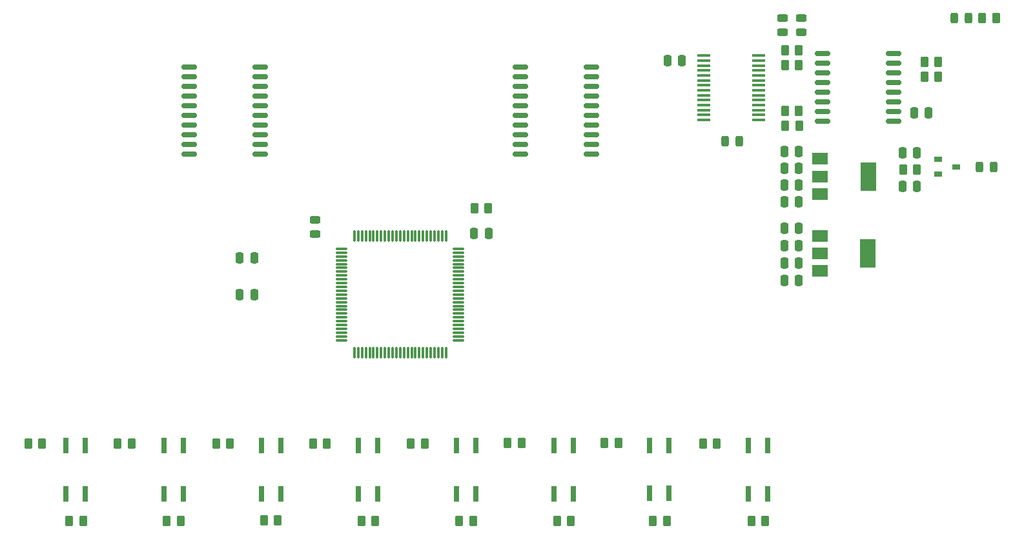
<source format=gtp>
%TF.GenerationSoftware,KiCad,Pcbnew,(6.0.0)*%
%TF.CreationDate,2022-05-06T13:51:05+05:30*%
%TF.ProjectId,Motion_Control_Board2.0,4d6f7469-6f6e-45f4-936f-6e74726f6c5f,rev?*%
%TF.SameCoordinates,Original*%
%TF.FileFunction,Paste,Top*%
%TF.FilePolarity,Positive*%
%FSLAX46Y46*%
G04 Gerber Fmt 4.6, Leading zero omitted, Abs format (unit mm)*
G04 Created by KiCad (PCBNEW (6.0.0)) date 2022-05-06 13:51:05*
%MOMM*%
%LPD*%
G01*
G04 APERTURE LIST*
G04 Aperture macros list*
%AMRoundRect*
0 Rectangle with rounded corners*
0 $1 Rounding radius*
0 $2 $3 $4 $5 $6 $7 $8 $9 X,Y pos of 4 corners*
0 Add a 4 corners polygon primitive as box body*
4,1,4,$2,$3,$4,$5,$6,$7,$8,$9,$2,$3,0*
0 Add four circle primitives for the rounded corners*
1,1,$1+$1,$2,$3*
1,1,$1+$1,$4,$5*
1,1,$1+$1,$6,$7*
1,1,$1+$1,$8,$9*
0 Add four rect primitives between the rounded corners*
20,1,$1+$1,$2,$3,$4,$5,0*
20,1,$1+$1,$4,$5,$6,$7,0*
20,1,$1+$1,$6,$7,$8,$9,0*
20,1,$1+$1,$8,$9,$2,$3,0*%
G04 Aperture macros list end*
%ADD10RoundRect,0.250000X0.250000X0.475000X-0.250000X0.475000X-0.250000X-0.475000X0.250000X-0.475000X0*%
%ADD11RoundRect,0.243750X-0.243750X-0.456250X0.243750X-0.456250X0.243750X0.456250X-0.243750X0.456250X0*%
%ADD12RoundRect,0.075000X-0.075000X0.662500X-0.075000X-0.662500X0.075000X-0.662500X0.075000X0.662500X0*%
%ADD13RoundRect,0.075000X-0.662500X0.075000X-0.662500X-0.075000X0.662500X-0.075000X0.662500X0.075000X0*%
%ADD14RoundRect,0.250000X-0.250000X-0.475000X0.250000X-0.475000X0.250000X0.475000X-0.250000X0.475000X0*%
%ADD15R,0.640000X2.000000*%
%ADD16R,2.000000X1.500000*%
%ADD17R,2.000000X3.800000*%
%ADD18RoundRect,0.250000X-0.262500X-0.450000X0.262500X-0.450000X0.262500X0.450000X-0.262500X0.450000X0*%
%ADD19RoundRect,0.250000X0.262500X0.450000X-0.262500X0.450000X-0.262500X-0.450000X0.262500X-0.450000X0*%
%ADD20RoundRect,0.243750X0.456250X-0.243750X0.456250X0.243750X-0.456250X0.243750X-0.456250X-0.243750X0*%
%ADD21RoundRect,0.150000X-0.875000X-0.150000X0.875000X-0.150000X0.875000X0.150000X-0.875000X0.150000X0*%
%ADD22RoundRect,0.243750X-0.456250X0.243750X-0.456250X-0.243750X0.456250X-0.243750X0.456250X0.243750X0*%
%ADD23RoundRect,0.243750X0.243750X0.456250X-0.243750X0.456250X-0.243750X-0.456250X0.243750X-0.456250X0*%
%ADD24RoundRect,0.150000X0.875000X0.150000X-0.875000X0.150000X-0.875000X-0.150000X0.875000X-0.150000X0*%
%ADD25R,1.750000X0.450000*%
%ADD26R,1.000000X0.700000*%
G04 APERTURE END LIST*
D10*
%TO.C,C26*%
X118843099Y-109356987D03*
X116943099Y-109356987D03*
%TD*%
D11*
%TO.C,D1*%
X210648299Y-72984187D03*
X212523299Y-72984187D03*
%TD*%
D12*
%TO.C,U14*%
X143999699Y-101669087D03*
X143499699Y-101669087D03*
X142999699Y-101669087D03*
X142499699Y-101669087D03*
X141999699Y-101669087D03*
X141499699Y-101669087D03*
X140999699Y-101669087D03*
X140499699Y-101669087D03*
X139999699Y-101669087D03*
X139499699Y-101669087D03*
X138999699Y-101669087D03*
X138499699Y-101669087D03*
X137999699Y-101669087D03*
X137499699Y-101669087D03*
X136999699Y-101669087D03*
X136499699Y-101669087D03*
X135999699Y-101669087D03*
X135499699Y-101669087D03*
X134999699Y-101669087D03*
X134499699Y-101669087D03*
X133999699Y-101669087D03*
X133499699Y-101669087D03*
X132999699Y-101669087D03*
X132499699Y-101669087D03*
X131999699Y-101669087D03*
D13*
X130337199Y-103331587D03*
X130337199Y-103831587D03*
X130337199Y-104331587D03*
X130337199Y-104831587D03*
X130337199Y-105331587D03*
X130337199Y-105831587D03*
X130337199Y-106331587D03*
X130337199Y-106831587D03*
X130337199Y-107331587D03*
X130337199Y-107831587D03*
X130337199Y-108331587D03*
X130337199Y-108831587D03*
X130337199Y-109331587D03*
X130337199Y-109831587D03*
X130337199Y-110331587D03*
X130337199Y-110831587D03*
X130337199Y-111331587D03*
X130337199Y-111831587D03*
X130337199Y-112331587D03*
X130337199Y-112831587D03*
X130337199Y-113331587D03*
X130337199Y-113831587D03*
X130337199Y-114331587D03*
X130337199Y-114831587D03*
X130337199Y-115331587D03*
D12*
X131999699Y-116994087D03*
X132499699Y-116994087D03*
X132999699Y-116994087D03*
X133499699Y-116994087D03*
X133999699Y-116994087D03*
X134499699Y-116994087D03*
X134999699Y-116994087D03*
X135499699Y-116994087D03*
X135999699Y-116994087D03*
X136499699Y-116994087D03*
X136999699Y-116994087D03*
X137499699Y-116994087D03*
X137999699Y-116994087D03*
X138499699Y-116994087D03*
X138999699Y-116994087D03*
X139499699Y-116994087D03*
X139999699Y-116994087D03*
X140499699Y-116994087D03*
X140999699Y-116994087D03*
X141499699Y-116994087D03*
X141999699Y-116994087D03*
X142499699Y-116994087D03*
X142999699Y-116994087D03*
X143499699Y-116994087D03*
X143999699Y-116994087D03*
D13*
X145662199Y-115331587D03*
X145662199Y-114831587D03*
X145662199Y-114331587D03*
X145662199Y-113831587D03*
X145662199Y-113331587D03*
X145662199Y-112831587D03*
X145662199Y-112331587D03*
X145662199Y-111831587D03*
X145662199Y-111331587D03*
X145662199Y-110831587D03*
X145662199Y-110331587D03*
X145662199Y-109831587D03*
X145662199Y-109331587D03*
X145662199Y-108831587D03*
X145662199Y-108331587D03*
X145662199Y-107831587D03*
X145662199Y-107331587D03*
X145662199Y-106831587D03*
X145662199Y-106331587D03*
X145662199Y-105831587D03*
X145662199Y-105331587D03*
X145662199Y-104831587D03*
X145662199Y-104331587D03*
X145662199Y-103831587D03*
X145662199Y-103331587D03*
%TD*%
D14*
%TO.C,C20*%
X173031299Y-78597587D03*
X174931299Y-78597587D03*
%TD*%
D15*
%TO.C,U10*%
X183641599Y-135493987D03*
X186181599Y-135493987D03*
X186181599Y-129193987D03*
X183641599Y-129193987D03*
%TD*%
D16*
%TO.C,U1*%
X193066099Y-91512187D03*
X193066099Y-93812187D03*
X193066099Y-96112187D03*
D17*
X199366099Y-93812187D03*
%TD*%
D18*
%TO.C,R39*%
X171148599Y-139024187D03*
X172973599Y-139024187D03*
%TD*%
D19*
%TO.C,FB1*%
X205766899Y-92897787D03*
X203941899Y-92897787D03*
%TD*%
D18*
%TO.C,R28*%
X188473299Y-79232587D03*
X190298299Y-79232587D03*
%TD*%
D20*
%TO.C,D2*%
X188164699Y-74884587D03*
X188164699Y-73009587D03*
%TD*%
D18*
%TO.C,R36*%
X100942999Y-128889587D03*
X102767999Y-128889587D03*
%TD*%
D15*
%TO.C,U5*%
X107035199Y-135493987D03*
X109575199Y-135493987D03*
X109575199Y-129193987D03*
X107035199Y-129193987D03*
%TD*%
D10*
%TO.C,C7*%
X190298299Y-92770787D03*
X188398299Y-92770787D03*
%TD*%
D21*
%TO.C,U15*%
X110360899Y-79486587D03*
X110360899Y-80756587D03*
X110360899Y-82026587D03*
X110360899Y-83296587D03*
X110360899Y-84566587D03*
X110360899Y-85836587D03*
X110360899Y-87106587D03*
X110360899Y-88376587D03*
X110360899Y-89646587D03*
X110360899Y-90916587D03*
X119660899Y-90916587D03*
X119660899Y-89646587D03*
X119660899Y-88376587D03*
X119660899Y-87106587D03*
X119660899Y-85836587D03*
X119660899Y-84566587D03*
X119660899Y-83296587D03*
X119660899Y-82026587D03*
X119660899Y-80756587D03*
X119660899Y-79486587D03*
%TD*%
D15*
%TO.C,U4*%
X119785999Y-135494387D03*
X122325999Y-135494387D03*
X122325999Y-129194387D03*
X119785999Y-129194387D03*
%TD*%
D14*
%TO.C,C31*%
X147682099Y-101305187D03*
X149582099Y-101305187D03*
%TD*%
D19*
%TO.C,R22*%
X216151699Y-72984187D03*
X214326699Y-72984187D03*
%TD*%
D18*
%TO.C,R13*%
X107394599Y-139024187D03*
X109219599Y-139024187D03*
%TD*%
D10*
%TO.C,C8*%
X190298299Y-102930787D03*
X188398299Y-102930787D03*
%TD*%
%TO.C,C2*%
X190298299Y-107502787D03*
X188398299Y-107502787D03*
%TD*%
D18*
%TO.C,R26*%
X188471399Y-85201587D03*
X190296399Y-85201587D03*
%TD*%
D15*
%TO.C,U8*%
X170738399Y-135443187D03*
X173278399Y-135443187D03*
X173278399Y-129143187D03*
X170738399Y-129143187D03*
%TD*%
D22*
%TO.C,D5*%
X126873000Y-99517200D03*
X126873000Y-101392200D03*
%TD*%
D18*
%TO.C,R37*%
X126571599Y-128889587D03*
X128396599Y-128889587D03*
%TD*%
D16*
%TO.C,U2*%
X193041099Y-101646787D03*
X193041099Y-103946787D03*
X193041099Y-106246787D03*
D17*
X199341099Y-103946787D03*
%TD*%
D10*
%TO.C,C1*%
X190298299Y-97139587D03*
X188398299Y-97139587D03*
%TD*%
D23*
%TO.C,D4*%
X182449699Y-89163987D03*
X180574699Y-89163987D03*
%TD*%
D15*
%TO.C,U6*%
X132536799Y-135494387D03*
X135076799Y-135494387D03*
X135076799Y-129194387D03*
X132536799Y-129194387D03*
%TD*%
D14*
%TO.C,C13*%
X205416299Y-85430187D03*
X207316299Y-85430187D03*
%TD*%
D24*
%TO.C,U12*%
X202669899Y-86547787D03*
X202669899Y-85277787D03*
X202669899Y-84007787D03*
X202669899Y-82737787D03*
X202669899Y-81467787D03*
X202669899Y-80197787D03*
X202669899Y-78927787D03*
X202669899Y-77657787D03*
X193369899Y-77657787D03*
X193369899Y-78927787D03*
X193369899Y-80197787D03*
X193369899Y-81467787D03*
X193369899Y-82737787D03*
X193369899Y-84007787D03*
X193369899Y-85277787D03*
X193369899Y-86547787D03*
%TD*%
D18*
%TO.C,R25*%
X188484437Y-87182256D03*
X190309437Y-87182256D03*
%TD*%
%TO.C,R41*%
X184051799Y-139049587D03*
X185876799Y-139049587D03*
%TD*%
%TO.C,R38*%
X89235499Y-128889587D03*
X91060499Y-128889587D03*
%TD*%
%TO.C,R16*%
X113846199Y-128864187D03*
X115671199Y-128864187D03*
%TD*%
%TO.C,R27*%
X188473299Y-77225987D03*
X190298299Y-77225987D03*
%TD*%
D20*
%TO.C,D3*%
X190603099Y-74909987D03*
X190603099Y-73034987D03*
%TD*%
D18*
%TO.C,R44*%
X152082437Y-128838256D03*
X153907437Y-128838256D03*
%TD*%
%TO.C,R12*%
X120145399Y-138998787D03*
X121970399Y-138998787D03*
%TD*%
D21*
%TO.C,U16*%
X153744099Y-79461187D03*
X153744099Y-80731187D03*
X153744099Y-82001187D03*
X153744099Y-83271187D03*
X153744099Y-84541187D03*
X153744099Y-85811187D03*
X153744099Y-87081187D03*
X153744099Y-88351187D03*
X153744099Y-89621187D03*
X153744099Y-90891187D03*
X163044099Y-90891187D03*
X163044099Y-89621187D03*
X163044099Y-88351187D03*
X163044099Y-87081187D03*
X163044099Y-85811187D03*
X163044099Y-84541187D03*
X163044099Y-83271187D03*
X163044099Y-82001187D03*
X163044099Y-80731187D03*
X163044099Y-79461187D03*
%TD*%
D18*
%TO.C,R46*%
X139398599Y-128864187D03*
X141223599Y-128864187D03*
%TD*%
%TO.C,R45*%
X177699899Y-128864187D03*
X179524899Y-128864187D03*
%TD*%
D10*
%TO.C,C11*%
X190298299Y-90510187D03*
X188398299Y-90510187D03*
%TD*%
%TO.C,C28*%
X118848099Y-104480187D03*
X116948099Y-104480187D03*
%TD*%
%TO.C,C4*%
X190298299Y-94955187D03*
X188398299Y-94955187D03*
%TD*%
D18*
%TO.C,R20*%
X206761299Y-78749987D03*
X208586299Y-78749987D03*
%TD*%
D23*
%TO.C,F1*%
X215825299Y-92592987D03*
X213950299Y-92592987D03*
%TD*%
D10*
%TO.C,C12*%
X190293299Y-100644787D03*
X188393299Y-100644787D03*
%TD*%
D19*
%TO.C,FB2*%
X149556699Y-98003187D03*
X147731699Y-98003187D03*
%TD*%
D15*
%TO.C,U7*%
X94157399Y-135493587D03*
X96697399Y-135493587D03*
X96697399Y-129193587D03*
X94157399Y-129193587D03*
%TD*%
D18*
%TO.C,R14*%
X132921599Y-139049587D03*
X134746599Y-139049587D03*
%TD*%
%TO.C,R40*%
X158550199Y-139049587D03*
X160375199Y-139049587D03*
%TD*%
%TO.C,R21*%
X206761299Y-80731187D03*
X208586299Y-80731187D03*
%TD*%
D10*
%TO.C,C5*%
X190298299Y-105216787D03*
X188398299Y-105216787D03*
%TD*%
D25*
%TO.C,U13*%
X177808299Y-77953987D03*
X177808299Y-78603987D03*
X177808299Y-79253987D03*
X177808299Y-79903987D03*
X177808299Y-80553987D03*
X177808299Y-81203987D03*
X177808299Y-81853987D03*
X177808299Y-82503987D03*
X177808299Y-83153987D03*
X177808299Y-83803987D03*
X177808299Y-84453987D03*
X177808299Y-85103987D03*
X177808299Y-85753987D03*
X177808299Y-86403987D03*
X185008299Y-86403987D03*
X185008299Y-85753987D03*
X185008299Y-85103987D03*
X185008299Y-84453987D03*
X185008299Y-83803987D03*
X185008299Y-83153987D03*
X185008299Y-82503987D03*
X185008299Y-81853987D03*
X185008299Y-81203987D03*
X185008299Y-80553987D03*
X185008299Y-79903987D03*
X185008299Y-79253987D03*
X185008299Y-78603987D03*
X185008299Y-77953987D03*
%TD*%
D18*
%TO.C,R15*%
X94592999Y-139049587D03*
X96417999Y-139049587D03*
%TD*%
%TO.C,R43*%
X164786237Y-128863656D03*
X166611237Y-128863656D03*
%TD*%
D14*
%TO.C,C6*%
X203892299Y-90713387D03*
X205792299Y-90713387D03*
%TD*%
D26*
%TO.C,Q1*%
X208529299Y-91592187D03*
X208529299Y-93492187D03*
X210929299Y-92542187D03*
%TD*%
D14*
%TO.C,C9*%
X203892299Y-95082187D03*
X205792299Y-95082187D03*
%TD*%
D15*
%TO.C,U11*%
X145363799Y-135468587D03*
X147903799Y-135468587D03*
X147903799Y-129168587D03*
X145363799Y-129168587D03*
%TD*%
%TO.C,U9*%
X158190799Y-135468587D03*
X160730799Y-135468587D03*
X160730799Y-129168587D03*
X158190799Y-129168587D03*
%TD*%
D18*
%TO.C,R42*%
X145723199Y-139024187D03*
X147548199Y-139024187D03*
%TD*%
M02*

</source>
